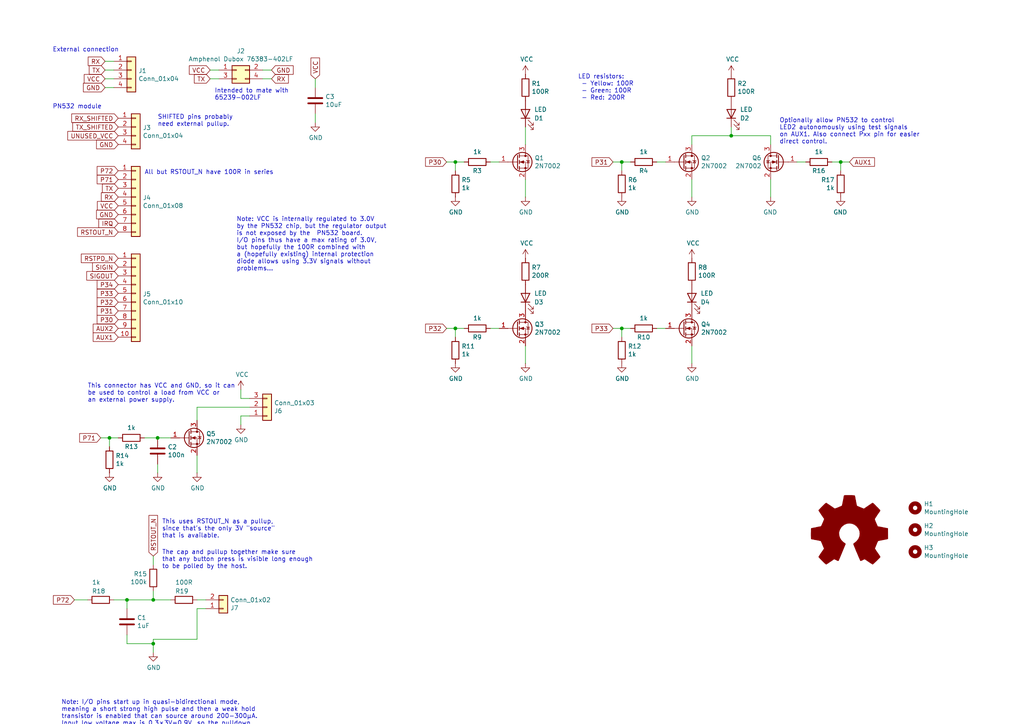
<source format=kicad_sch>
(kicad_sch (version 20231120) (generator "eeschema") (generator_version "8.0")
  (paper "A4")
  (title_block (title "Doorlockd Reader PCB") (date "2021-02-20") (rev "0.1"))
  (lib_symbols
    (symbol "Connector_Generic:Conn_01x02" (pin_names (offset 1.016) hide)
      (property "Reference" "J" (at 0 2.54 0))
      (property "Value" "Conn_01x02" (at 0 -5.08 0))
      (symbol "Conn_01x02_1_1"
        (rectangle (start -1.27 -2.413) (end 0 -2.667) (stroke (width 0.1524)))
        (rectangle (start -1.27 0.127) (end 0 -0.127) (stroke (width 0.1524)))
        (rectangle (start -1.27 1.27) (end 1.27 -3.81) (stroke (width 0.254)) (fill (type background)))
        (pin passive line (at -5.08 0 0) (length 3.81) (name "Pin_1") (number "1"))
        (pin passive line (at -5.08 -2.54 0) (length 3.81) (name "Pin_2") (number "2"))
      )
    )
    (symbol "Connector_Generic:Conn_01x03" (pin_names (offset 1.016) hide)
      (property "Reference" "J" (at 0 5.08 0))
      (property "Value" "Conn_01x03" (at 0 -5.08 0))
      (symbol "Conn_01x03_1_1"
        (rectangle (start -1.27 -2.413) (end 0 -2.667) (stroke (width 0.1524)))
        (rectangle (start -1.27 0.127) (end 0 -0.127) (stroke (width 0.1524)))
        (rectangle (start -1.27 2.667) (end 0 2.413) (stroke (width 0.1524)))
        (rectangle (start -1.27 3.81) (end 1.27 -3.81) (stroke (width 0.254)) (fill (type background)))
        (pin passive line (at -5.08 2.54 0) (length 3.81) (name "Pin_1") (number "1"))
        (pin passive line (at -5.08 0 0) (length 3.81) (name "Pin_2") (number "2"))
        (pin passive line (at -5.08 -2.54 0) (length 3.81) (name "Pin_3") (number "3"))
      )
    )
    (symbol "Connector_Generic:Conn_01x04" (pin_names (offset 1.016) hide)
      (property "Reference" "J" (at 0 5.08 0))
      (property "Value" "Conn_01x04" (at 0 -7.62 0))
      (symbol "Conn_01x04_1_1"
        (rectangle (start -1.27 -4.953) (end 0 -5.207) (stroke (width 0.1524)))
        (rectangle (start -1.27 -2.413) (end 0 -2.667) (stroke (width 0.1524)))
        (rectangle (start -1.27 0.127) (end 0 -0.127) (stroke (width 0.1524)))
        (rectangle (start -1.27 2.667) (end 0 2.413) (stroke (width 0.1524)))
        (rectangle (start -1.27 3.81) (end 1.27 -6.35) (stroke (width 0.254)) (fill (type background)))
        (pin passive line (at -5.08 2.54 0) (length 3.81) (name "Pin_1") (number "1"))
        (pin passive line (at -5.08 0 0) (length 3.81) (name "Pin_2") (number "2"))
        (pin passive line (at -5.08 -2.54 0) (length 3.81) (name "Pin_3") (number "3"))
        (pin passive line (at -5.08 -5.08 0) (length 3.81) (name "Pin_4") (number "4"))
      )
    )
    (symbol "Connector_Generic:Conn_01x08" (pin_names (offset 1.016) hide)
      (property "Reference" "J" (at 0 10.16 0))
      (property "Value" "Conn_01x08" (at 0 -12.7 0))
      (symbol "Conn_01x08_1_1"
        (rectangle (start -1.27 -10.033) (end 0 -10.287) (stroke (width 0.1524)))
        (rectangle (start -1.27 -7.493) (end 0 -7.747) (stroke (width 0.1524)))
        (rectangle (start -1.27 -4.953) (end 0 -5.207) (stroke (width 0.1524)))
        (rectangle (start -1.27 -2.413) (end 0 -2.667) (stroke (width 0.1524)))
        (rectangle (start -1.27 0.127) (end 0 -0.127) (stroke (width 0.1524)))
        (rectangle (start -1.27 2.667) (end 0 2.413) (stroke (width 0.1524)))
        (rectangle (start -1.27 5.207) (end 0 4.953) (stroke (width 0.1524)))
        (rectangle (start -1.27 7.747) (end 0 7.493) (stroke (width 0.1524)))
        (rectangle (start -1.27 8.89) (end 1.27 -11.43) (stroke (width 0.254)) (fill (type background)))
        (pin passive line (at -5.08 7.62 0) (length 3.81) (name "Pin_1") (number "1"))
        (pin passive line (at -5.08 5.08 0) (length 3.81) (name "Pin_2") (number "2"))
        (pin passive line (at -5.08 2.54 0) (length 3.81) (name "Pin_3") (number "3"))
        (pin passive line (at -5.08 0 0) (length 3.81) (name "Pin_4") (number "4"))
        (pin passive line (at -5.08 -2.54 0) (length 3.81) (name "Pin_5") (number "5"))
        (pin passive line (at -5.08 -5.08 0) (length 3.81) (name "Pin_6") (number "6"))
        (pin passive line (at -5.08 -7.62 0) (length 3.81) (name "Pin_7") (number "7"))
        (pin passive line (at -5.08 -10.16 0) (length 3.81) (name "Pin_8") (number "8"))
      )
    )
    (symbol "Connector_Generic:Conn_01x10" (pin_names (offset 1.016) hide)
      (property "Reference" "J" (at 0 12.7 0))
      (property "Value" "Conn_01x10" (at 0 -15.24 0))
      (symbol "Conn_01x10_1_1"
        (rectangle (start -1.27 -12.573) (end 0 -12.827) (stroke (width 0.1524)))
        (rectangle (start -1.27 -10.033) (end 0 -10.287) (stroke (width 0.1524)))
        (rectangle (start -1.27 -7.493) (end 0 -7.747) (stroke (width 0.1524)))
        (rectangle (start -1.27 -4.953) (end 0 -5.207) (stroke (width 0.1524)))
        (rectangle (start -1.27 -2.413) (end 0 -2.667) (stroke (width 0.1524)))
        (rectangle (start -1.27 0.127) (end 0 -0.127) (stroke (width 0.1524)))
        (rectangle (start -1.27 2.667) (end 0 2.413) (stroke (width 0.1524)))
        (rectangle (start -1.27 5.207) (end 0 4.953) (stroke (width 0.1524)))
        (rectangle (start -1.27 7.747) (end 0 7.493) (stroke (width 0.1524)))
        (rectangle (start -1.27 10.287) (end 0 10.033) (stroke (width 0.1524)))
        (rectangle (start -1.27 11.43) (end 1.27 -13.97) (stroke (width 0.254)) (fill (type background)))
        (pin passive line (at -5.08 10.16 0) (length 3.81) (name "Pin_1") (number "1"))
        (pin passive line (at -5.08 -12.7 0) (length 3.81) (name "Pin_10") (number "10"))
        (pin passive line (at -5.08 7.62 0) (length 3.81) (name "Pin_2") (number "2"))
        (pin passive line (at -5.08 5.08 0) (length 3.81) (name "Pin_3") (number "3"))
        (pin passive line (at -5.08 2.54 0) (length 3.81) (name "Pin_4") (number "4"))
        (pin passive line (at -5.08 0 0) (length 3.81) (name "Pin_5") (number "5"))
        (pin passive line (at -5.08 -2.54 0) (length 3.81) (name "Pin_6") (number "6"))
        (pin passive line (at -5.08 -5.08 0) (length 3.81) (name "Pin_7") (number "7"))
        (pin passive line (at -5.08 -7.62 0) (length 3.81) (name "Pin_8") (number "8"))
        (pin passive line (at -5.08 -10.16 0) (length 3.81) (name "Pin_9") (number "9"))
      )
    )
    (symbol "Connector_Generic:Conn_02x02_Odd_Even" (pin_names (offset 1.016) hide)
      (property "Reference" "J" (at 1.27 2.54 0))
      (property "Value" "Conn_02x02_Odd_Even" (at 1.27 -5.08 0))
      (symbol "Conn_02x02_Odd_Even_1_1"
        (rectangle (start -1.27 -2.413) (end 0 -2.667) (stroke (width 0.1524)))
        (rectangle (start -1.27 0.127) (end 0 -0.127) (stroke (width 0.1524)))
        (rectangle (start -1.27 1.27) (end 3.81 -3.81) (stroke (width 0.254)) (fill (type background)))
        (rectangle (start 3.81 -2.413) (end 2.54 -2.667) (stroke (width 0.1524)))
        (rectangle (start 3.81 0.127) (end 2.54 -0.127) (stroke (width 0.1524)))
        (pin passive line (at -5.08 0 0) (length 3.81) (name "Pin_1") (number "1"))
        (pin passive line (at 7.62 0 180) (length 3.81) (name "Pin_2") (number "2"))
        (pin passive line (at -5.08 -2.54 0) (length 3.81) (name "Pin_3") (number "3"))
        (pin passive line (at 7.62 -2.54 180) (length 3.81) (name "Pin_4") (number "4"))
      )
    )
    (symbol "Device:C" (pin_numbers hide) (pin_names (offset 0.254))
      (property "Reference" "C" (at 0.635 2.54 0))
      (property "Value" "C" (at 0.635 -2.54 0))
      (symbol "C_0_1"
        (polyline (pts (xy -2.032 -0.762) (xy 2.032 -0.762)) (stroke (width 0.508)))
        (polyline (pts (xy -2.032 0.762) (xy 2.032 0.762)) (stroke (width 0.508)))
      )
      (symbol "C_1_1"
        (pin passive line (at 0 3.81 270) (length 2.794) (name "~") (number "1"))
        (pin passive line (at 0 -3.81 90) (length 2.794) (name "~") (number "2"))
      )
    )
    (symbol "Device:LED" (pin_numbers hide) (pin_names (offset 1.016) hide)
      (property "Reference" "D" (at 0 2.54 0))
      (property "Value" "LED" (at 0 -2.54 0))
      (symbol "LED_0_1"
        (polyline (pts (xy -1.27 -1.27) (xy -1.27 1.27)) (stroke (width 0.254)))
        (polyline (pts (xy -1.27 0) (xy 1.27 0)))
        (polyline (pts (xy 1.27 -1.27) (xy 1.27 1.27) (xy -1.27 0) (xy 1.27 -1.27)) (stroke (width 0.254)))
        (polyline (pts (xy -3.048 -0.762) (xy -4.572 -2.286) (xy -3.81 -2.286) (xy -4.572 -2.286) (xy -4.572 -1.524)))
        (polyline (pts (xy -1.778 -0.762) (xy -3.302 -2.286) (xy -2.54 -2.286) (xy -3.302 -2.286) (xy -3.302 -1.524)))
      )
      (symbol "LED_1_1"
        (pin passive line (at -3.81 0 0) (length 2.54) (name "K") (number "1"))
        (pin passive line (at 3.81 0 180) (length 2.54) (name "A") (number "2"))
      )
    )
    (symbol "Device:R" (pin_numbers hide) (pin_names (offset 0))
      (property "Reference" "R" (at 2.032 0 90))
      (property "Value" "R" (at 0 0 90))
      (symbol "R_0_1"
        (rectangle (start -1.016 -2.54) (end 1.016 2.54) (stroke (width 0.254)))
      )
      (symbol "R_1_1"
        (pin passive line (at 0 3.81 270) (length 1.27) (name "~") (number "1"))
        (pin passive line (at 0 -3.81 90) (length 1.27) (name "~") (number "2"))
      )
    )
    (symbol "Graphic:Logo_Open_Hardware_Large" (in_bom no) (on_board no)
      (symbol "Logo_Open_Hardware_Large_1_1"
        (polyline (pts (xy 6.731 -8.7122) (xy 6.6294 -8.6614) (xy 6.35 -8.4836) (xy 5.9944 -8.255) (xy 5.5372 -7.9502) (xy 5.1054 -7.6454) (xy 4.7498 -7.4168) (xy 4.4958 -7.239) (xy 4.3942 -7.1882) (xy 4.318 -7.2136) (xy 4.1148 -7.3152) (xy 3.81 -7.4676) (xy 3.6322 -7.5692) (xy 3.3528 -7.6708) (xy 3.2258 -7.6962) (xy 3.2004 -7.6708) (xy 3.0988 -7.4676) (xy 2.9464 -7.0866) (xy 2.7178 -6.604) (xy 2.4892 -6.0452) (xy 2.2352 -5.4356) (xy 1.9558 -4.826) (xy 1.7272 -4.2164) (xy 1.4986 -3.683) (xy 1.3208 -3.2512) (xy 1.2192 -2.9464) (xy 1.1684 -2.8194) (xy 1.1938 -2.794) (xy 1.3208 -2.667) (xy 1.5748 -2.4892) (xy 2.0828 -2.0574) (xy 2.6162 -1.397) (xy 2.921 -0.6604) (xy 3.048 0.1524) (xy 2.9464 0.9144) (xy 2.6416 1.6256) (xy 2.1336 2.286) (xy 1.524 2.7686) (xy 0.8128 3.0734) (xy 0 3.175) (xy -0.762 3.0988) (xy -1.4986 2.794) (xy -2.159 2.286) (xy -2.4384 1.9812) (xy -2.8194 1.3208) (xy -3.048 0.6096) (xy -3.0734 0.4318) (xy -3.0226 -0.3556) (xy -2.794 -1.0922) (xy -2.3876 -1.7526) (xy -1.8288 -2.3114) (xy -1.7526 -2.3622) (xy -1.4732 -2.5654) (xy -1.2954 -2.6924) (xy -1.1684 -2.8194) (xy -2.159 -5.207) (xy -2.3114 -5.588) (xy -2.5908 -6.2484) (xy -2.8194 -6.8072) (xy -3.0226 -7.2644) (xy -3.1496 -7.5692) (xy -3.2258 -7.6708) (xy -3.2258 -7.6962) (xy -3.302 -7.6962) (xy -3.4798 -7.6454) (xy -3.8354 -7.4676) (xy -4.0386 -7.366) (xy -4.2926 -7.239) (xy -4.4196 -7.1882) (xy -4.5212 -7.239) (xy -4.7498 -7.3914) (xy -5.1054 -7.6454) (xy -5.5372 -7.9248) (xy -5.9436 -8.2042) (xy -6.3246 -8.4582) (xy -6.604 -8.636) (xy -6.731 -8.7122) (xy -6.7564 -8.7122) (xy -6.858 -8.636) (xy -7.0866 -8.4582) (xy -7.4168 -8.1534) (xy -7.874 -7.6962) (xy -7.9502 -7.62) (xy -8.3312 -7.239) (xy -8.636 -6.9088) (xy -8.8392 -6.6802) (xy -8.9154 -6.5786) (xy -8.9154 -6.5786) (xy -8.8392 -6.4516) (xy -8.6614 -6.1722) (xy -8.4328 -5.7912) (xy -8.128 -5.3594) (xy -7.3152 -4.191) (xy -7.7724 -3.0988) (xy -7.8994 -2.7686) (xy -8.0772 -2.3622) (xy -8.2042 -2.0828) (xy -8.255 -1.9558) (xy -8.382 -1.905) (xy -8.6614 -1.8542) (xy -9.0932 -1.7526) (xy -9.6266 -1.651) (xy -10.1092 -1.5748) (xy -10.541 -1.4732) (xy -10.8712 -1.4224) (xy -11.0236 -1.397) (xy -11.049 -1.3716) (xy -11.0744 -1.2954) (xy -11.0998 -1.143) (xy -11.0998 -0.889) (xy -11.1252 -0.4572) (xy -11.1252 0.1524) (xy -11.1252 0.2286) (xy -11.0998 0.8128) (xy -11.0998 1.27) (xy -11.0744 1.5494) (xy -11.0744 1.6764) (xy -11.0744 1.6764) (xy -10.922 1.7018) (xy -10.6172 1.778) (xy -10.16 1.8542) (xy -9.652 1.9558) (xy -9.6012 1.9812) (xy -9.0932 2.0828) (xy -8.636 2.159) (xy -8.3312 2.2352) (xy -8.2042 2.286) (xy -8.1788 2.3114) (xy -8.0772 2.5146) (xy -7.9248 2.8448) (xy -7.747 3.2512) (xy -7.5692 3.6576) (xy -7.4168 4.0386) (xy -7.3152 4.318) (xy -7.2898 4.445) (xy -7.2898 4.445) (xy -7.366 4.572) (xy -7.5438 4.826) (xy -7.7978 5.207) (xy -8.128 5.6642) (xy -8.128 5.6896) (xy -8.4328 6.1468) (xy -8.6868 6.5278) (xy -8.8392 6.7818) (xy -8.9154 6.9088) (xy -8.9154 6.9088) (xy -8.8138 7.0358) (xy -8.5852 7.2898) (xy -8.255 7.6454) (xy -7.874 8.0264) (xy -7.747 8.1534) (xy -7.3152 8.5852) (xy -7.0104 8.8646) (xy -6.8326 8.9916) (xy -6.731 9.0424) (xy -6.731 9.0424) (xy -6.604 8.9408) (xy -6.3246 8.763) (xy -5.9436 8.509) (xy -5.4864 8.2042) (xy -5.461 8.1788) (xy -5.0038 7.874) (xy -4.6482 7.62) (xy -4.3688 7.4422) (xy -4.2672 7.3914) (xy -4.2418 7.3914) (xy -4.064 7.4422) (xy -3.7338 7.5438) (xy -3.3528 7.6962) (xy -2.9464 7.874) (xy -2.5654 8.0264) (xy -2.286 8.1534) (xy -2.159 8.2296) (xy -2.159 8.2296) (xy -2.1082 8.382) (xy -2.032 8.7122) (xy -1.9304 9.1694) (xy -1.8288 9.7282) (xy -1.8034 9.8044) (xy -1.7018 10.3378) (xy -1.6256 10.7696) (xy -1.5748 11.0744) (xy -1.524 11.2014) (xy -1.4478 11.2268) (xy -1.1938 11.2522) (xy -0.8128 11.2522) (xy -0.3302 11.2522) (xy 0.1524 11.2522) (xy 0.6604 11.2522) (xy 1.0668 11.2268) (xy 1.3716 11.2014) (xy 1.4986 11.176) (xy 1.4986 11.176) (xy 1.5494 11.0236) (xy 1.6256 10.6934) (xy 1.7018 10.2108) (xy 1.8288 9.6774) (xy 1.8288 9.5758) (xy 1.9304 9.0424) (xy 2.032 8.6106) (xy 2.0828 8.3058) (xy 2.1336 8.2042) (xy 2.159 8.1788) (xy 2.3876 8.0772) (xy 2.7432 7.9248) (xy 3.175 7.747) (xy 4.191 7.3406) (xy 5.461 8.2042) (xy 5.5626 8.2804) (xy 6.0198 8.5852) (xy 6.3754 8.8392) (xy 6.6294 8.9916) (xy 6.7564 9.0424) (xy 6.7564 9.0424) (xy 6.8834 8.9408) (xy 7.1374 8.7122) (xy 7.4676 8.382) (xy 7.8486 7.9756) (xy 8.1534 7.6962) (xy 8.4836 7.3406) (xy 8.7122 7.112) (xy 8.8392 6.9596) (xy 8.8646 6.858) (xy 8.8646 6.8072) (xy 8.7884 6.6802) (xy 8.6106 6.4008) (xy 8.3312 6.0198) (xy 8.0264 5.588) (xy 7.7978 5.207) (xy 7.5184 4.8006) (xy 7.3406 4.4958) (xy 7.2898 4.3434) (xy 7.2898 4.2926) (xy 7.3914 4.0386) (xy 7.5184 3.683) (xy 7.7216 3.2258) (xy 8.1534 2.2352) (xy 8.7884 2.1082) (xy 9.1948 2.0574) (xy 9.7536 1.9304) (xy 10.2616 1.8288) (xy 11.0998 1.6764) (xy 11.1252 -1.3208) (xy 10.9982 -1.3716) (xy 10.8712 -1.397) (xy 10.5664 -1.4732) (xy 10.1346 -1.5494) (xy 9.6266 -1.651) (xy 9.1948 -1.7272) (xy 8.7376 -1.8288) (xy 8.4328 -1.8796) (xy 8.2804 -1.905) (xy 8.255 -1.9558) (xy 8.1534 -2.159) (xy 7.9756 -2.5146) (xy 7.8232 -2.921) (xy 7.6454 -3.3274) (xy 7.493 -3.7338) (xy 7.366 -4.0132) (xy 7.3406 -4.191) (xy 7.3914 -4.2926) (xy 7.5692 -4.5466) (xy 7.7978 -4.9276) (xy 8.1026 -5.3594) (xy 8.4074 -5.7912) (xy 8.6614 -6.1722) (xy 8.8138 -6.4262) (xy 8.89 -6.5532) (xy 8.8646 -6.6548) (xy 8.6868 -6.858) (xy 8.3566 -7.1882) (xy 7.874 -7.6708) (xy 7.7978 -7.747) (xy 7.3914 -8.128) (xy 7.0612 -8.4328) (xy 6.8326 -8.636) (xy 6.731 -8.7122)) (fill (type outline)))
      )
    )
    (symbol "Mechanical:MountingHole" (pin_names (offset 1.016)) (exclude_from_sim yes) (in_bom no)
      (property "Reference" "H" (at 0 5.08 0))
      (property "Value" "MountingHole" (at 0 3.175 0))
      (symbol "MountingHole_0_1"
        (circle (center 0 0) (radius 1.27) (stroke (width 1.27)))
      )
    )
    (symbol "Transistor_FET:2N7002" (pin_names hide)
      (property "Reference" "Q" (at 5.08 1.905 0))
      (property "Value" "2N7002" (at 5.08 0 0))
      (symbol "2N7002_0_1"
        (polyline (pts (xy 0.254 0) (xy -2.54 0)))
        (polyline (pts (xy 0.254 1.905) (xy 0.254 -1.905)) (stroke (width 0.254)))
        (polyline (pts (xy 0.762 -1.27) (xy 0.762 -2.286)) (stroke (width 0.254)))
        (polyline (pts (xy 0.762 0.508) (xy 0.762 -0.508)) (stroke (width 0.254)))
        (polyline (pts (xy 0.762 2.286) (xy 0.762 1.27)) (stroke (width 0.254)))
        (polyline (pts (xy 2.54 2.54) (xy 2.54 1.778)))
        (polyline (pts (xy 2.54 -2.54) (xy 2.54 0) (xy 0.762 0)))
        (polyline (pts (xy 0.762 -1.778) (xy 3.302 -1.778) (xy 3.302 1.778) (xy 0.762 1.778)))
        (polyline (pts (xy 1.016 0) (xy 2.032 0.381) (xy 2.032 -0.381) (xy 1.016 0)) (fill (type outline)))
        (polyline (pts (xy 2.794 0.508) (xy 2.921 0.381) (xy 3.683 0.381) (xy 3.81 0.254)))
        (polyline (pts (xy 3.302 0.381) (xy 2.921 -0.254) (xy 3.683 -0.254) (xy 3.302 0.381)))
        (circle (center 1.651 0) (radius 2.794) (stroke (width 0.254)))
        (circle (center 2.54 -1.778) (radius 0.254) (fill (type outline)))
        (circle (center 2.54 1.778) (radius 0.254) (fill (type outline)))
      )
      (symbol "2N7002_1_1"
        (pin input line (at -5.08 0 0) (length 2.54) (name "G") (number "1"))
        (pin passive line (at 2.54 -5.08 90) (length 2.54) (name "S") (number "2"))
        (pin passive line (at 2.54 5.08 270) (length 2.54) (name "D") (number "3"))
      )
    )
    (symbol "power:GND" (power) (pin_numbers hide) (pin_names (offset 0) hide)
      (property "Value" "GND" (at 0 -3.81 0))
      (symbol "GND_0_1"
        (polyline (pts (xy 0 0) (xy 0 -1.27) (xy 1.27 -1.27) (xy 0 -2.54) (xy -1.27 -1.27) (xy 0 -1.27)))
      )
      (symbol "GND_1_1"
        (pin power_in line (at 0 0 270) (length 0) (name "~") (number "1"))
      )
    )
    (symbol "power:VCC" (power) (pin_numbers hide) (pin_names (offset 0) hide)
      (property "Value" "VCC" (at 0 3.556 0))
      (symbol "VCC_0_1"
        (polyline (pts (xy -0.762 1.27) (xy 0 2.54)))
        (polyline (pts (xy 0 0) (xy 0 2.54)))
        (polyline (pts (xy 0 2.54) (xy 0.762 1.27)))
      )
      (symbol "VCC_1_1"
        (pin power_in line (at 0 0 90) (length 0) (name "~") (number "1"))
      )
    )
  )
  (junction (at 212.09 39.37))
  (junction (at 180.34 95.25))
  (junction (at 243.84 46.99))
  (junction (at 36.83 173.99))
  (junction (at 45.72 127))
  (junction (at 44.45 173.99))
  (junction (at 31.75 127))
  (junction (at 180.34 46.99))
  (junction (at 132.08 46.99))
  (junction (at 44.45 186.69))
  (junction (at 132.08 95.25))
  (wire (pts (xy 180.34 97.79) (xy 180.34 95.25)))
  (wire (pts (xy 223.52 52.07) (xy 223.52 57.15)))
  (wire (pts (xy 142.24 95.25) (xy 144.78 95.25)))
  (wire (pts (xy 200.66 39.37) (xy 212.09 39.37)))
  (wire (pts (xy 200.66 100.33) (xy 200.66 105.41)))
  (wire (pts (xy 132.08 49.53) (xy 132.08 46.99)))
  (wire (pts (xy 25.4 173.99) (xy 21.59 173.99)))
  (wire (pts (xy 223.52 41.91) (xy 223.52 39.37)))
  (wire (pts (xy 44.45 189.23) (xy 44.45 186.69)))
  (wire (pts (xy 180.34 46.99) (xy 182.88 46.99)))
  (wire (pts (xy 57.15 173.99) (xy 59.69 173.99)))
  (wire (pts (xy 190.5 46.99) (xy 193.04 46.99)))
  (wire (pts (xy 91.44 33.02) (xy 91.44 35.56)))
  (wire (pts (xy 36.83 186.69) (xy 36.83 184.15)))
  (wire (pts (xy 78.74 20.32) (xy 76.2 20.32)))
  (wire (pts (xy 45.72 134.62) (xy 45.72 137.16)))
  (wire (pts (xy 44.45 173.99) (xy 49.53 173.99)))
  (wire (pts (xy 243.84 49.53) (xy 243.84 46.99)))
  (wire (pts (xy 152.4 36.83) (xy 152.4 41.91)))
  (wire (pts (xy 177.8 46.99) (xy 180.34 46.99)))
  (wire (pts (xy 57.15 185.42) (xy 44.45 185.42)))
  (wire (pts (xy 132.08 95.25) (xy 134.62 95.25)))
  (wire (pts (xy 33.02 25.4) (xy 30.48 25.4)))
  (wire (pts (xy 243.84 46.99) (xy 241.3 46.99)))
  (wire (pts (xy 44.45 173.99) (xy 44.45 171.45)))
  (wire (pts (xy 177.8 95.25) (xy 180.34 95.25)))
  (wire (pts (xy 31.75 127) (xy 34.29 127)))
  (wire (pts (xy 57.15 176.53) (xy 59.69 176.53)))
  (wire (pts (xy 190.5 95.25) (xy 193.04 95.25)))
  (wire (pts (xy 45.72 127) (xy 49.53 127)))
  (wire (pts (xy 129.54 46.99) (xy 132.08 46.99)))
  (wire (pts (xy 69.85 120.65) (xy 72.39 120.65)))
  (wire (pts (xy 233.68 46.99) (xy 231.14 46.99)))
  (wire (pts (xy 30.48 22.86) (xy 33.02 22.86)))
  (wire (pts (xy 69.85 115.57) (xy 69.85 113.03)))
  (wire (pts (xy 33.02 20.32) (xy 30.48 20.32)))
  (wire (pts (xy 41.91 127) (xy 45.72 127)))
  (wire (pts (xy 44.45 185.42) (xy 44.45 186.69)))
  (wire (pts (xy 57.15 132.08) (xy 57.15 137.16)))
  (wire (pts (xy 200.66 52.07) (xy 200.66 57.15)))
  (wire (pts (xy 212.09 39.37) (xy 212.09 36.83)))
  (wire (pts (xy 60.96 20.32) (xy 63.5 20.32)))
  (wire (pts (xy 91.44 22.86) (xy 91.44 25.4)))
  (wire (pts (xy 69.85 123.19) (xy 69.85 120.65)))
  (wire (pts (xy 44.45 161.29) (xy 44.45 163.83)))
  (wire (pts (xy 132.08 97.79) (xy 132.08 95.25)))
  (wire (pts (xy 223.52 39.37) (xy 212.09 39.37)))
  (wire (pts (xy 76.2 22.86) (xy 78.74 22.86)))
  (wire (pts (xy 36.83 176.53) (xy 36.83 173.99)))
  (wire (pts (xy 246.38 46.99) (xy 243.84 46.99)))
  (wire (pts (xy 152.4 52.07) (xy 152.4 57.15)))
  (wire (pts (xy 129.54 95.25) (xy 132.08 95.25)))
  (wire (pts (xy 36.83 173.99) (xy 33.02 173.99)))
  (wire (pts (xy 142.24 46.99) (xy 144.78 46.99)))
  (wire (pts (xy 30.48 17.78) (xy 33.02 17.78)))
  (wire (pts (xy 63.5 22.86) (xy 60.96 22.86)))
  (wire (pts (xy 36.83 173.99) (xy 44.45 173.99)))
  (wire (pts (xy 200.66 41.91) (xy 200.66 39.37)))
  (wire (pts (xy 180.34 95.25) (xy 182.88 95.25)))
  (wire (pts (xy 132.08 46.99) (xy 134.62 46.99)))
  (wire (pts (xy 180.34 49.53) (xy 180.34 46.99)))
  (wire (pts (xy 72.39 115.57) (xy 69.85 115.57)))
  (wire (pts (xy 57.15 118.11) (xy 57.15 121.92)))
  (wire (pts (xy 72.39 118.11) (xy 57.15 118.11)))
  (wire (pts (xy 44.45 186.69) (xy 36.83 186.69)))
  (wire (pts (xy 152.4 100.33) (xy 152.4 105.41)))
  (wire (pts (xy 31.75 129.54) (xy 31.75 127)))
  (wire (pts (xy 29.21 127) (xy 31.75 127)))
  (wire (pts (xy 57.15 185.42) (xy 57.15 176.53)))
  (text "This connector has VCC and GND, so it can\nbe used to control a load from VCC or\nan external power supply." (at 25.4 116.84 0) (effects (font (size 1.27 1.27)) (justify left bottom)))
  (text "Note: VCC is internally regulated to 3.0V\nby the PN532 chip, but the regulator output\nis not exposed by the  PN532 board.\nI/O pins thus have a max rating of 3.0V,\nbut hopefully the 100R combined with\na (hopefully existing) internal protection\ndiode allows using 3.3V signals without\nproblems..." (at 68.58 78.74 0) (effects (font (size 1.27 1.27)) (justify left bottom)))
  (text "LED resistors:\n - Yellow: 100R\n - Green: 100R\n - Red: 200R" (at 167.64 29.21 0) (effects (font (size 1.27 1.27)) (justify left bottom)))
  (text "Optionally allow PN532 to control\nLED2 autonomously using test signals\non AUX1. Also connect Pxx pin for easier\ndirect control." (at 226.06 41.91 0) (effects (font (size 1.27 1.27)) (justify left bottom)))
  (text "This uses RSTOUT_N as a pullup,\nsince that's the only 3V \"source\"\nthat is available." (at 46.99 156.21 0) (effects (font (size 1.27 1.27)) (justify left bottom)))
  (text "PN532 module" (at 15.24 31.75 0) (effects (font (size 1.27 1.27)) (justify left bottom)))
  (text "SHIFTED pins probably\nneed external pullup." (at 45.72 36.83 0) (effects (font (size 1.27 1.27)) (justify left bottom)))
  (text "The cap and pullup together make sure\nthat any button press is visible long enough\nto be polled by the host." (at 46.99 165.1 0) (effects (font (size 1.27 1.27)) (justify left bottom)))
  (text "Note: I/O pins start up in quasi-bidirectional mode,\nmeaning a short strong high pulse and then a weak hold\ntransistor is enabled that can source around 200-300μA.\nInput low voltage max is 0.3×3V=0.9V, so the pulldown\nshould be at most 3k to ensure the pin becomes low after\nstartup.\n\nOn reset, there is also a 20μs weak pulse (<0.5V with 1k pulldown) about 250μs before RSTOUT becomes high,\nand a 2μs strong pulse 9ms after RSTOUT becomes high.\nThen, after reset when the first UART byte is received, there is another 3.5μs pulse.\nThis is probably when the chip wakes up from sleep (which needs 5 rising edges on RX).\n\nNote that the quasi-bidir pin behaviour is documented to give a strong pulse of 1 CPU_CLK, which is 148ns at the default 6.78Mhz.\nThis is also observed when manually toggling a quas-bidir pin after startup. So the pulses during startup are a lot longer so not  really the quasi-bidir behaviour.\n\nSo, 1k series plus 100n at the gate should be sufficient to completely supress all these pulses. This is only done for P71 for safety, for the LEDS\nthis pulse is not visible anyway.\n\nTODO: Check aux behavior." (at 17.78 241.3 0) (effects (font (size 1.27 1.27)) (justify left bottom)))
  (text "Intended to mate with\n65239-002LF" (at 62.23 29.21 0) (effects (font (size 1.27 1.27)) (justify left bottom)))
  (text "All but RSTOUT_N have 100R in series" (at 41.91 50.8 0) (effects (font (size 1.27 1.27)) (justify left bottom)))
  (text "External connection" (at 15.24 15.24 0) (effects (font (size 1.27 1.27)) (justify left bottom)))
  (global_label "VCC" (shape input) (at 30.48 22.86 180) (property "Intersheetrefs" "${INTERSHEET_REFS}" (effects (hide yes))))
  (global_label "TX_SHIFTED" (shape input) (at 34.29 36.83 180) (property "Intersheetrefs" "${INTERSHEET_REFS}" (effects (hide yes))))
  (global_label "SIGOUT" (shape input) (at 34.29 80.01 180) (property "Intersheetrefs" "${INTERSHEET_REFS}" (effects (hide yes))))
  (global_label "P71" (shape input) (at 34.29 52.07 180) (property "Intersheetrefs" "${INTERSHEET_REFS}" (effects (hide yes))))
  (global_label "VCC" (shape input) (at 91.44 22.86 90) (property "Intersheetrefs" "${INTERSHEET_REFS}" (effects (hide yes))))
  (global_label "AUX1" (shape input) (at 246.38 46.99 0) (property "Intersheetrefs" "${INTERSHEET_REFS}" (effects (hide yes))))
  (global_label "VCC" (shape input) (at 60.96 20.32 180) (property "Intersheetrefs" "${INTERSHEET_REFS}" (effects (hide yes))))
  (global_label "P72" (shape input) (at 21.59 173.99 180) (property "Intersheetrefs" "${INTERSHEET_REFS}" (effects (hide yes))))
  (global_label "RX" (shape input) (at 34.29 57.15 180) (property "Intersheetrefs" "${INTERSHEET_REFS}" (effects (hide yes))))
  (global_label "P30" (shape input) (at 34.29 92.71 180) (property "Intersheetrefs" "${INTERSHEET_REFS}" (effects (hide yes))))
  (global_label "GND" (shape input) (at 78.74 20.32 0) (property "Intersheetrefs" "${INTERSHEET_REFS}" (effects (hide yes))))
  (global_label "RSTPD_N" (shape input) (at 34.29 74.93 180) (property "Intersheetrefs" "${INTERSHEET_REFS}" (effects (hide yes))))
  (global_label "P72" (shape input) (at 34.29 49.53 180) (property "Intersheetrefs" "${INTERSHEET_REFS}" (effects (hide yes))))
  (global_label "P31" (shape input) (at 34.29 90.17 180) (property "Intersheetrefs" "${INTERSHEET_REFS}" (effects (hide yes))))
  (global_label "UNUSED_VCC" (shape input) (at 34.29 39.37 180) (property "Intersheetrefs" "${INTERSHEET_REFS}" (effects (hide yes))))
  (global_label "P32" (shape input) (at 34.29 87.63 180) (property "Intersheetrefs" "${INTERSHEET_REFS}" (effects (hide yes))))
  (global_label "RX_SHIFTED" (shape input) (at 34.29 34.29 180) (property "Intersheetrefs" "${INTERSHEET_REFS}" (effects (hide yes))))
  (global_label "RSTOUT_N" (shape input) (at 44.45 161.29 90) (property "Intersheetrefs" "${INTERSHEET_REFS}" (effects (hide yes))))
  (global_label "P31" (shape input) (at 177.8 46.99 180) (property "Intersheetrefs" "${INTERSHEET_REFS}" (effects (hide yes))))
  (global_label "P33" (shape input) (at 34.29 85.09 180) (property "Intersheetrefs" "${INTERSHEET_REFS}" (effects (hide yes))))
  (global_label "TX" (shape input) (at 30.48 20.32 180) (property "Intersheetrefs" "${INTERSHEET_REFS}" (effects (hide yes))))
  (global_label "P30" (shape input) (at 129.54 46.99 180) (property "Intersheetrefs" "${INTERSHEET_REFS}" (effects (hide yes))))
  (global_label "IRQ" (shape input) (at 34.29 64.77 180) (property "Intersheetrefs" "${INTERSHEET_REFS}" (effects (hide yes))))
  (global_label "P32" (shape input) (at 129.54 95.25 180) (property "Intersheetrefs" "${INTERSHEET_REFS}" (effects (hide yes))))
  (global_label "RX" (shape input) (at 78.74 22.86 0) (property "Intersheetrefs" "${INTERSHEET_REFS}" (effects (hide yes))))
  (global_label "TX" (shape input) (at 60.96 22.86 180) (property "Intersheetrefs" "${INTERSHEET_REFS}" (effects (hide yes))))
  (global_label "AUX1" (shape input) (at 34.29 97.79 180) (property "Intersheetrefs" "${INTERSHEET_REFS}" (effects (hide yes))))
  (global_label "P34" (shape input) (at 34.29 82.55 180) (property "Intersheetrefs" "${INTERSHEET_REFS}" (effects (hide yes))))
  (global_label "VCC" (shape input) (at 34.29 59.69 180) (property "Intersheetrefs" "${INTERSHEET_REFS}" (effects (hide yes))))
  (global_label "GND" (shape input) (at 34.29 62.23 180) (property "Intersheetrefs" "${INTERSHEET_REFS}" (effects (hide yes))))
  (global_label "GND" (shape input) (at 30.48 25.4 180) (property "Intersheetrefs" "${INTERSHEET_REFS}" (effects (hide yes))))
  (global_label "P33" (shape input) (at 177.8 95.25 180) (property "Intersheetrefs" "${INTERSHEET_REFS}" (effects (hide yes))))
  (global_label "SIGIN" (shape input) (at 34.29 77.47 180) (property "Intersheetrefs" "${INTERSHEET_REFS}" (effects (hide yes))))
  (global_label "RSTOUT_N" (shape input) (at 34.29 67.31 180) (property "Intersheetrefs" "${INTERSHEET_REFS}" (effects (hide yes))))
  (global_label "RX" (shape input) (at 30.48 17.78 180) (property "Intersheetrefs" "${INTERSHEET_REFS}" (effects (hide yes))))
  (global_label "TX" (shape input) (at 34.29 54.61 180) (property "Intersheetrefs" "${INTERSHEET_REFS}" (effects (hide yes))))
  (global_label "GND" (shape input) (at 34.29 41.91 180) (property "Intersheetrefs" "${INTERSHEET_REFS}" (effects (hide yes))))
  (global_label "P71" (shape input) (at 29.21 127 180) (property "Intersheetrefs" "${INTERSHEET_REFS}" (effects (hide yes))))
  (global_label "AUX2" (shape input) (at 34.29 95.25 180) (property "Intersheetrefs" "${INTERSHEET_REFS}" (effects (hide yes))))
  (symbol (lib_id "Connector_Generic:Conn_01x04") (at 39.37 36.83 0) (unit 1)
    (property "Reference" "J3" (at 41.402 37.0332 0) (effects (justify left)))
    (property "Value" "Conn_01x04" (at 41.402 39.3446 0) (effects (justify left)))
    (property "Footprint" "Connector_PinSocket_2.54mm:PinSocket_1x04_P2.54mm_Vertical" (effects (hide yes)))
    (property "Description" "Generic connector, single row, 01x04, script generated (kicad-library-utils/schlib/autogen/connector/)" (effects (hide yes)))
  )
  (symbol (lib_id "Connector_Generic:Conn_01x08") (at 39.37 57.15 0) (unit 1)
    (property "Reference" "J4" (at 41.402 57.3532 0) (effects (justify left)))
    (property "Value" "Conn_01x08" (at 41.402 59.6646 0) (effects (justify left)))
    (property "Footprint" "Connector_PinSocket_2.54mm:PinSocket_1x08_P2.54mm_Vertical" (effects (hide yes)))
    (property "Description" "Generic connector, single row, 01x08, script generated (kicad-library-utils/schlib/autogen/connector/)" (effects (hide yes)))
  )
  (symbol (lib_id "Connector_Generic:Conn_01x10") (at 39.37 85.09 0) (unit 1)
    (property "Reference" "J5" (at 41.402 85.2932 0) (effects (justify left)))
    (property "Value" "Conn_01x10" (at 41.402 87.6046 0) (effects (justify left)))
    (property "Footprint" "Connector_PinSocket_1.27mm:PinSocket_1x10_P1.27mm_Vertical" (effects (hide yes)))
    (property "Description" "Generic connector, single row, 01x10, script generated (kicad-library-utils/schlib/autogen/connector/)" (effects (hide yes)))
  )
  (symbol (lib_id "Device:LED") (at 152.4 33.02 90) (unit 1)
    (property "Reference" "D1" (at 154.94 34.29 90) (effects (justify right)))
    (property "Value" "LED" (at 154.94 31.75 90) (effects (justify right)))
    (property "Footprint" "LED_THT:LED_Rectangular_W5.0mm_H2.0mm" (effects (hide yes)))
    (property "Description" "Light emitting diode" (effects (hide yes)))
  )
  (symbol (lib_id "Connector_Generic:Conn_01x04") (at 38.1 20.32 0) (unit 1)
    (property "Reference" "J1" (at 40.132 20.5232 0) (effects (justify left)))
    (property "Value" "Conn_01x04" (at 40.132 22.8346 0) (effects (justify left)))
    (property "Footprint" "Connector_PinHeader_2.54mm:PinHeader_1x04_P2.54mm_Vertical" (effects (hide yes)))
    (property "Description" "Generic connector, single row, 01x04, script generated (kicad-library-utils/schlib/autogen/connector/)" (effects (hide yes)))
  )
  (symbol (lib_id "Transistor_FET:2N7002") (at 149.86 46.99 0) (unit 1)
    (property "Reference" "Q1" (at 155.0416 45.8216 0) (effects (justify left)))
    (property "Value" "2N7002" (at 155.0416 48.133 0) (effects (justify left)))
    (property "Footprint" "Package_TO_SOT_SMD:SOT-23_Handsoldering" (effects (hide yes)))
    (property "Datasheet" "https://www.onsemi.com/pub/Collateral/NDS7002A-D.PDF" (effects (hide yes)))
    (property "Description" "0.115A Id, 60V Vds, N-Channel MOSFET, SOT-23" (effects (hide yes)))
  )
  (symbol (lib_id "power:GND") (at 152.4 57.15 0) (unit 1)
    (property "Reference" "#PWR04" (effects (hide yes)))
    (property "Value" "GND" (at 152.527 61.5442 0))
    (property "Description" "Power symbol creates a global label with name \"GND\" , ground" (effects (hide yes)))
  )
  (symbol (lib_id "Device:R") (at 138.43 46.99 270) (unit 1)
    (property "Reference" "R3" (at 138.43 49.53 90))
    (property "Value" "1k" (at 138.43 44.0436 90))
    (property "Footprint" "Resistor_SMD:R_0805_2012Metric_Pad1.20x1.40mm_HandSolder" (effects (hide yes)))
    (property "Description" "Resistor" (effects (hide yes)))
  )
  (symbol (lib_id "Device:R") (at 152.4 25.4 0) (unit 1)
    (property "Reference" "R1" (at 154.178 24.2316 0) (effects (justify left)))
    (property "Value" "100R" (at 154.178 26.543 0) (effects (justify left)))
    (property "Footprint" "Resistor_SMD:R_0805_2012Metric_Pad1.20x1.40mm_HandSolder" (effects (hide yes)))
    (property "Description" "Resistor" (effects (hide yes)))
  )
  (symbol (lib_id "Device:R") (at 132.08 53.34 0) (unit 1)
    (property "Reference" "R5" (at 133.858 52.1716 0) (effects (justify left)))
    (property "Value" "1k" (at 133.858 54.483 0) (effects (justify left)))
    (property "Footprint" "Resistor_SMD:R_0805_2012Metric_Pad1.20x1.40mm_HandSolder" (effects (hide yes)))
    (property "Description" "Resistor" (effects (hide yes)))
  )
  (symbol (lib_id "power:VCC") (at 152.4 21.59 0) (unit 1)
    (property "Reference" "#PWR01" (effects (hide yes)))
    (property "Value" "VCC" (at 152.781 17.1958 0))
    (property "Description" "Power symbol creates a global label with name \"VCC\"" (effects (hide yes)))
  )
  (symbol (lib_id "Graphic:Logo_Open_Hardware_Large") (at 246.38 154.94 0) (unit 1)
    (property "Reference" "#LOGO1" (effects (hide yes)))
    (property "Value" "Logo_Open_Hardware_Large" (effects (hide yes)))
    (property "Footprint" "Symbol:OSHW-Symbol_44.5x40mm_SilkScreen" (effects (hide yes)))
    (property "Description" "Open Hardware logo, large" (effects (hide yes)))
    (property "Sim.Enable" "0" (effects (hide yes)))
  )
  (symbol (lib_id "Transistor_FET:2N7002") (at 54.61 127 0) (unit 1)
    (property "Reference" "Q5" (at 59.7916 125.8316 0) (effects (justify left)))
    (property "Value" "2N7002" (at 59.7916 128.143 0) (effects (justify left)))
    (property "Footprint" "Package_TO_SOT_SMD:SOT-23_Handsoldering" (effects (hide yes)))
    (property "Datasheet" "https://www.onsemi.com/pub/Collateral/NDS7002A-D.PDF" (effects (hide yes)))
    (property "Description" "0.115A Id, 60V Vds, N-Channel MOSFET, SOT-23" (effects (hide yes)))
  )
  (symbol (lib_id "power:GND") (at 57.15 137.16 0) (unit 1)
    (property "Reference" "#PWR015" (effects (hide yes)))
    (property "Value" "GND" (at 57.277 141.5542 0))
    (property "Description" "Power symbol creates a global label with name \"GND\" , ground" (effects (hide yes)))
  )
  (symbol (lib_id "Device:R") (at 38.1 127 270) (unit 1)
    (property "Reference" "R13" (at 38.1 129.54 90))
    (property "Value" "1k" (at 38.1 124.0536 90))
    (property "Footprint" "Resistor_SMD:R_0805_2012Metric_Pad1.20x1.40mm_HandSolder" (effects (hide yes)))
    (property "Description" "Resistor" (effects (hide yes)))
  )
  (symbol (lib_id "power:VCC") (at 69.85 113.03 0) (unit 1)
    (property "Reference" "#PWR013" (effects (hide yes)))
    (property "Value" "VCC" (at 70.231 108.6358 0))
    (property "Description" "Power symbol creates a global label with name \"VCC\"" (effects (hide yes)))
  )
  (symbol (lib_id "Connector_Generic:Conn_01x03") (at 77.47 118.11 0) (mirror x) (unit 1)
    (property "Reference" "J6" (at 79.502 119.1768 0) (effects (justify left)))
    (property "Value" "Conn_01x03" (at 79.502 116.8654 0) (effects (justify left)))
    (property "Footprint" "Connector_PinHeader_2.54mm:PinHeader_1x03_P2.54mm_Horizontal" (effects (hide yes)))
    (property "Description" "Generic connector, single row, 01x03, script generated (kicad-library-utils/schlib/autogen/connector/)" (effects (hide yes)))
  )
  (symbol (lib_id "power:GND") (at 69.85 123.19 0) (unit 1)
    (property "Reference" "#PWR014" (effects (hide yes)))
    (property "Value" "GND" (at 69.977 127.5842 0))
    (property "Description" "Power symbol creates a global label with name \"GND\" , ground" (effects (hide yes)))
  )
  (symbol (lib_id "Connector_Generic:Conn_01x02") (at 64.77 176.53 0) (mirror x) (unit 1)
    (property "Reference" "J7" (at 66.802 176.3268 0) (effects (justify left)))
    (property "Value" "Conn_01x02" (at 66.802 174.0154 0) (effects (justify left)))
    (property "Footprint" "Connector_PinHeader_2.54mm:PinHeader_1x02_P2.54mm_Horizontal" (effects (hide yes)))
    (property "Description" "Generic connector, single row, 01x02, script generated (kicad-library-utils/schlib/autogen/connector/)" (effects (hide yes)))
  )
  (symbol (lib_id "Device:C") (at 36.83 180.34 0) (unit 1)
    (property "Reference" "C1" (at 39.751 179.1716 0) (effects (justify left)))
    (property "Value" "1uF" (at 39.751 181.483 0) (effects (justify left)))
    (property "Footprint" "Capacitor_SMD:C_0805_2012Metric_Pad1.18x1.45mm_HandSolder" (effects (hide yes)))
    (property "Description" "Unpolarized capacitor" (effects (hide yes)))
  )
  (symbol (lib_id "power:GND") (at 44.45 189.23 0) (unit 1)
    (property "Reference" "#PWR017" (effects (hide yes)))
    (property "Value" "GND" (at 44.577 193.6242 0))
    (property "Description" "Power symbol creates a global label with name \"GND\" , ground" (effects (hide yes)))
  )
  (symbol (lib_id "Device:R") (at 44.45 167.64 0) (mirror y) (unit 1)
    (property "Reference" "R15" (at 42.672 166.4716 0) (effects (justify left)))
    (property "Value" "100k" (at 42.672 168.783 0) (effects (justify left)))
    (property "Footprint" "Resistor_SMD:R_0805_2012Metric_Pad1.20x1.40mm_HandSolder" (effects (hide yes)))
    (property "Description" "Resistor" (effects (hide yes)))
  )
  (symbol (lib_id "power:GND") (at 132.08 57.15 0) (unit 1)
    (property "Reference" "#PWR03" (effects (hide yes)))
    (property "Value" "GND" (at 132.207 61.5442 0))
    (property "Description" "Power symbol creates a global label with name \"GND\" , ground" (effects (hide yes)))
  )
  (symbol (lib_id "Device:R") (at 31.75 133.35 0) (unit 1)
    (property "Reference" "R14" (at 33.528 132.1816 0) (effects (justify left)))
    (property "Value" "1k" (at 33.528 134.493 0) (effects (justify left)))
    (property "Footprint" "Resistor_SMD:R_0805_2012Metric_Pad1.20x1.40mm_HandSolder" (effects (hide yes)))
    (property "Description" "Resistor" (effects (hide yes)))
  )
  (symbol (lib_id "power:GND") (at 31.75 137.16 0) (unit 1)
    (property "Reference" "#PWR016" (effects (hide yes)))
    (property "Value" "GND" (at 31.877 141.5542 0))
    (property "Description" "Power symbol creates a global label with name \"GND\" , ground" (effects (hide yes)))
  )
  (symbol (lib_id "Transistor_FET:2N7002") (at 226.06 46.99 0) (mirror y) (unit 1)
    (property "Reference" "Q6" (at 220.8784 45.8216 0) (effects (justify left)))
    (property "Value" "2N7002" (at 220.8784 48.133 0) (effects (justify left)))
    (property "Footprint" "Package_TO_SOT_SMD:SOT-23_Handsoldering" (effects (hide yes)))
    (property "Datasheet" "https://www.onsemi.com/pub/Collateral/NDS7002A-D.PDF" (effects (hide yes)))
    (property "Description" "0.115A Id, 60V Vds, N-Channel MOSFET, SOT-23" (effects (hide yes)))
  )
  (symbol (lib_id "power:GND") (at 223.52 57.15 0) (mirror y) (unit 1)
    (property "Reference" "#PWR0101" (effects (hide yes)))
    (property "Value" "GND" (at 223.393 61.5442 0))
    (property "Description" "Power symbol creates a global label with name \"GND\" , ground" (effects (hide yes)))
  )
  (symbol (lib_id "Device:R") (at 237.49 46.99 90) (mirror x) (unit 1)
    (property "Reference" "R16" (at 237.49 49.53 90))
    (property "Value" "1k" (at 237.49 44.0436 90))
    (property "Footprint" "Resistor_SMD:R_0805_2012Metric_Pad1.20x1.40mm_HandSolder" (effects (hide yes)))
    (property "Description" "Resistor" (effects (hide yes)))
  )
  (symbol (lib_id "Device:R") (at 243.84 53.34 0) (mirror y) (unit 1)
    (property "Reference" "R17" (at 242.062 52.1716 0) (effects (justify left)))
    (property "Value" "1k" (at 242.062 54.483 0) (effects (justify left)))
    (property "Footprint" "Resistor_SMD:R_0805_2012Metric_Pad1.20x1.40mm_HandSolder" (effects (hide yes)))
    (property "Description" "Resistor" (effects (hide yes)))
  )
  (symbol (lib_id "power:GND") (at 243.84 57.15 0) (mirror y) (unit 1)
    (property "Reference" "#PWR0102" (effects (hide yes)))
    (property "Value" "GND" (at 243.713 61.5442 0))
    (property "Description" "Power symbol creates a global label with name \"GND\" , ground" (effects (hide yes)))
  )
  (symbol (lib_id "Device:LED") (at 152.4 86.36 90) (unit 1)
    (property "Reference" "D3" (at 154.94 87.63 90) (effects (justify right)))
    (property "Value" "LED" (at 154.94 85.09 90) (effects (justify right)))
    (property "Footprint" "LED_THT:LED_Rectangular_W5.0mm_H2.0mm" (effects (hide yes)))
    (property "Description" "Light emitting diode" (effects (hide yes)))
  )
  (symbol (lib_id "Transistor_FET:2N7002") (at 149.86 95.25 0) (unit 1)
    (property "Reference" "Q3" (at 155.0416 94.0816 0) (effects (justify left)))
    (property "Value" "2N7002" (at 155.0416 96.393 0) (effects (justify left)))
    (property "Footprint" "Package_TO_SOT_SMD:SOT-23_Handsoldering" (effects (hide yes)))
    (property "Datasheet" "https://www.onsemi.com/pub/Collateral/NDS7002A-D.PDF" (effects (hide yes)))
    (property "Description" "0.115A Id, 60V Vds, N-Channel MOSFET, SOT-23" (effects (hide yes)))
  )
  (symbol (lib_id "power:GND") (at 152.4 105.41 0) (unit 1)
    (property "Reference" "#PWR010" (effects (hide yes)))
    (property "Value" "GND" (at 152.527 109.8042 0))
    (property "Description" "Power symbol creates a global label with name \"GND\" , ground" (effects (hide yes)))
  )
  (symbol (lib_id "Device:R") (at 138.43 95.25 270) (unit 1)
    (property "Reference" "R9" (at 138.43 97.79 90))
    (property "Value" "1k" (at 138.43 92.3036 90))
    (property "Footprint" "Resistor_SMD:R_0805_2012Metric_Pad1.20x1.40mm_HandSolder" (effects (hide yes)))
    (property "Description" "Resistor" (effects (hide yes)))
  )
  (symbol (lib_id "Device:R") (at 152.4 78.74 0) (unit 1)
    (property "Reference" "R7" (at 154.178 77.5716 0) (effects (justify left)))
    (property "Value" "200R" (at 154.178 79.883 0) (effects (justify left)))
    (property "Footprint" "Resistor_SMD:R_0805_2012Metric_Pad1.20x1.40mm_HandSolder" (effects (hide yes)))
    (property "Description" "Resistor" (effects (hide yes)))
  )
  (symbol (lib_id "Device:R") (at 132.08 101.6 0) (unit 1)
    (property "Reference" "R11" (at 133.858 100.4316 0) (effects (justify left)))
    (property "Value" "1k" (at 133.858 102.743 0) (effects (justify left)))
    (property "Footprint" "Resistor_SMD:R_0805_2012Metric_Pad1.20x1.40mm_HandSolder" (effects (hide yes)))
    (property "Description" "Resistor" (effects (hide yes)))
  )
  (symbol (lib_id "power:VCC") (at 152.4 74.93 0) (unit 1)
    (property "Reference" "#PWR07" (effects (hide yes)))
    (property "Value" "VCC" (at 152.781 70.5358 0))
    (property "Description" "Power symbol creates a global label with name \"VCC\"" (effects (hide yes)))
  )
  (symbol (lib_id "power:GND") (at 132.08 105.41 0) (unit 1)
    (property "Reference" "#PWR09" (effects (hide yes)))
    (property "Value" "GND" (at 132.207 109.8042 0))
    (property "Description" "Power symbol creates a global label with name \"GND\" , ground" (effects (hide yes)))
  )
  (symbol (lib_id "Device:LED") (at 212.09 33.02 90) (unit 1)
    (property "Reference" "D2" (at 214.63 34.29 90) (effects (justify right)))
    (property "Value" "LED" (at 214.63 31.75 90) (effects (justify right)))
    (property "Footprint" "LED_THT:LED_Rectangular_W5.0mm_H2.0mm" (effects (hide yes)))
    (property "Description" "Light emitting diode" (effects (hide yes)))
  )
  (symbol (lib_id "Transistor_FET:2N7002") (at 198.12 46.99 0) (unit 1)
    (property "Reference" "Q2" (at 203.3016 45.8216 0) (effects (justify left)))
    (property "Value" "2N7002" (at 203.3016 48.133 0) (effects (justify left)))
    (property "Footprint" "Package_TO_SOT_SMD:SOT-23_Handsoldering" (effects (hide yes)))
    (property "Datasheet" "https://www.onsemi.com/pub/Collateral/NDS7002A-D.PDF" (effects (hide yes)))
    (property "Description" "0.115A Id, 60V Vds, N-Channel MOSFET, SOT-23" (effects (hide yes)))
  )
  (symbol (lib_id "power:GND") (at 200.66 57.15 0) (unit 1)
    (property "Reference" "#PWR06" (effects (hide yes)))
    (property "Value" "GND" (at 200.787 61.5442 0))
    (property "Description" "Power symbol creates a global label with name \"GND\" , ground" (effects (hide yes)))
  )
  (symbol (lib_id "Device:R") (at 186.69 46.99 270) (unit 1)
    (property "Reference" "R4" (at 186.69 49.53 90))
    (property "Value" "1k" (at 186.69 44.0436 90))
    (property "Footprint" "Resistor_SMD:R_0805_2012Metric_Pad1.20x1.40mm_HandSolder" (effects (hide yes)))
    (property "Description" "Resistor" (effects (hide yes)))
  )
  (symbol (lib_id "Device:R") (at 212.09 25.4 0) (unit 1)
    (property "Reference" "R2" (at 213.868 24.2316 0) (effects (justify left)))
    (property "Value" "100R" (at 213.868 26.543 0) (effects (justify left)))
    (property "Footprint" "Resistor_SMD:R_0805_2012Metric_Pad1.20x1.40mm_HandSolder" (effects (hide yes)))
    (property "Description" "Resistor" (effects (hide yes)))
  )
  (symbol (lib_id "Device:R") (at 180.34 53.34 0) (unit 1)
    (property "Reference" "R6" (at 182.118 52.1716 0) (effects (justify left)))
    (property "Value" "1k" (at 182.118 54.483 0) (effects (justify left)))
    (property "Footprint" "Resistor_SMD:R_0805_2012Metric_Pad1.20x1.40mm_HandSolder" (effects (hide yes)))
    (property "Description" "Resistor" (effects (hide yes)))
  )
  (symbol (lib_id "power:VCC") (at 212.09 21.59 0) (unit 1)
    (property "Reference" "#PWR02" (effects (hide yes)))
    (property "Value" "VCC" (at 212.471 17.1958 0))
    (property "Description" "Power symbol creates a global label with name \"VCC\"" (effects (hide yes)))
  )
  (symbol (lib_id "power:GND") (at 180.34 57.15 0) (unit 1)
    (property "Reference" "#PWR05" (effects (hide yes)))
    (property "Value" "GND" (at 180.467 61.5442 0))
    (property "Description" "Power symbol creates a global label with name \"GND\" , ground" (effects (hide yes)))
  )
  (symbol (lib_id "Device:LED") (at 200.66 86.36 90) (unit 1)
    (property "Reference" "D4" (at 203.2 87.63 90) (effects (justify right)))
    (property "Value" "LED" (at 203.2 85.09 90) (effects (justify right)))
    (property "Footprint" "LED_THT:LED_Rectangular_W5.0mm_H2.0mm" (effects (hide yes)))
    (property "Description" "Light emitting diode" (effects (hide yes)))
  )
  (symbol (lib_id "Transistor_FET:2N7002") (at 198.12 95.25 0) (unit 1)
    (property "Reference" "Q4" (at 203.3016 94.0816 0) (effects (justify left)))
    (property "Value" "2N7002" (at 203.3016 96.393 0) (effects (justify left)))
    (property "Footprint" "Package_TO_SOT_SMD:SOT-23_Handsoldering" (effects (hide yes)))
    (property "Datasheet" "https://www.onsemi.com/pub/Collateral/NDS7002A-D.PDF" (effects (hide yes)))
    (property "Description" "0.115A Id, 60V Vds, N-Channel MOSFET, SOT-23" (effects (hide yes)))
  )
  (symbol (lib_id "power:GND") (at 200.66 105.41 0) (unit 1)
    (property "Reference" "#PWR012" (effects (hide yes)))
    (property "Value" "GND" (at 200.787 109.8042 0))
    (property "Description" "Power symbol creates a global label with name \"GND\" , ground" (effects (hide yes)))
  )
  (symbol (lib_id "Device:R") (at 186.69 95.25 270) (unit 1)
    (property "Reference" "R10" (at 186.69 97.79 90))
    (property "Value" "1k" (at 186.69 92.3036 90))
    (property "Footprint" "Resistor_SMD:R_0805_2012Metric_Pad1.20x1.40mm_HandSolder" (effects (hide yes)))
    (property "Description" "Resistor" (effects (hide yes)))
  )
  (symbol (lib_id "Device:R") (at 200.66 78.74 0) (unit 1)
    (property "Reference" "R8" (at 202.438 77.5716 0) (effects (justify left)))
    (property "Value" "100R" (at 202.438 79.883 0) (effects (justify left)))
    (property "Footprint" "Resistor_SMD:R_0805_2012Metric_Pad1.20x1.40mm_HandSolder" (effects (hide yes)))
    (property "Description" "Resistor" (effects (hide yes)))
  )
  (symbol (lib_id "Device:R") (at 180.34 101.6 0) (unit 1)
    (property "Reference" "R12" (at 182.118 100.4316 0) (effects (justify left)))
    (property "Value" "1k" (at 182.118 102.743 0) (effects (justify left)))
    (property "Footprint" "Resistor_SMD:R_0805_2012Metric_Pad1.20x1.40mm_HandSolder" (effects (hide yes)))
    (property "Description" "Resistor" (effects (hide yes)))
  )
  (symbol (lib_id "power:VCC") (at 200.66 74.93 0) (unit 1)
    (property "Reference" "#PWR08" (effects (hide yes)))
    (property "Value" "VCC" (at 201.041 70.5358 0))
    (property "Description" "Power symbol creates a global label with name \"VCC\"" (effects (hide yes)))
  )
  (symbol (lib_id "power:GND") (at 180.34 105.41 0) (unit 1)
    (property "Reference" "#PWR011" (effects (hide yes)))
    (property "Value" "GND" (at 180.467 109.8042 0))
    (property "Description" "Power symbol creates a global label with name \"GND\" , ground" (effects (hide yes)))
  )
  (symbol (lib_id "Connector_Generic:Conn_02x02_Odd_Even") (at 68.58 20.32 0) (unit 1)
    (property "Reference" "J2" (at 69.85 14.8082 0))
    (property "Value" "Amphenol Dubox ‎76383-402LF‎" (at 69.85 17.1196 0))
    (property "Footprint" "Connector_PinHeader_2.54mm:PinHeader_2x02_P2.54mm_Horizontal" (effects (hide yes)))
    (property "Description" "Generic connector, double row, 02x02, odd/even pin numbering scheme (row 1 odd numbers, row 2 even numbers), script generated (kicad-library-utils/schlib/autogen/connector/)" (effects (hide yes)))
  )
  (symbol (lib_id "Mechanical:MountingHole") (at 265.43 147.32 0) (unit 1)
    (property "Reference" "H1" (at 267.97 146.1516 0) (effects (justify left)))
    (property "Value" "MountingHole" (at 267.97 148.463 0) (effects (justify left)))
    (property "Footprint" "MountingHole:MountingHole_3.2mm_M3" (effects (hide yes)))
    (property "Description" "Mounting Hole without connection" (effects (hide yes)))
  )
  (symbol (lib_id "Mechanical:MountingHole") (at 265.43 153.67 0) (unit 1)
    (property "Reference" "H2" (at 267.97 152.5016 0) (effects (justify left)))
    (property "Value" "MountingHole" (at 267.97 154.813 0) (effects (justify left)))
    (property "Footprint" "MountingHole:MountingHole_3.2mm_M3" (effects (hide yes)))
    (property "Description" "Mounting Hole without connection" (effects (hide yes)))
  )
  (symbol (lib_id "Mechanical:MountingHole") (at 265.43 160.02 0) (unit 1)
    (property "Reference" "H3" (at 267.97 158.8516 0) (effects (justify left)))
    (property "Value" "MountingHole" (at 267.97 161.163 0) (effects (justify left)))
    (property "Footprint" "MountingHole:MountingHole_3.2mm_M3" (effects (hide yes)))
    (property "Description" "Mounting Hole without connection" (effects (hide yes)))
  )
  (symbol (lib_id "power:GND") (at 45.72 137.16 0) (unit 1)
    (property "Reference" "#PWR018" (effects (hide yes)))
    (property "Value" "GND" (at 45.847 141.5542 0))
    (property "Description" "Power symbol creates a global label with name \"GND\" , ground" (effects (hide yes)))
  )
  (symbol (lib_id "Device:R") (at 29.21 173.99 90) (unit 1)
    (property "Reference" "R18" (at 26.67 171.45 90) (effects (justify right)))
    (property "Value" "1k" (at 26.67 168.91 90) (effects (justify right)))
    (property "Footprint" "Resistor_SMD:R_0805_2012Metric_Pad1.20x1.40mm_HandSolder" (effects (hide yes)))
    (property "Description" "Resistor" (effects (hide yes)))
  )
  (symbol (lib_id "Device:C") (at 91.44 29.21 0) (unit 1)
    (property "Reference" "C3" (at 94.361 28.0416 0) (effects (justify left)))
    (property "Value" "10uF" (at 94.361 30.353 0) (effects (justify left)))
    (property "Footprint" "Capacitor_SMD:C_0805_2012Metric_Pad1.18x1.45mm_HandSolder" (effects (hide yes)))
    (property "Description" "Unpolarized capacitor" (effects (hide yes)))
  )
  (symbol (lib_id "power:GND") (at 91.44 35.56 0) (unit 1)
    (property "Reference" "#PWR019" (effects (hide yes)))
    (property "Value" "GND" (at 91.567 39.9542 0))
    (property "Description" "Power symbol creates a global label with name \"GND\" , ground" (effects (hide yes)))
  )
  (symbol (lib_id "Device:C") (at 45.72 130.81 0) (unit 1)
    (property "Reference" "C2" (at 48.641 129.6416 0) (effects (justify left)))
    (property "Value" "100n" (at 48.641 131.953 0) (effects (justify left)))
    (property "Footprint" "Capacitor_SMD:C_0805_2012Metric_Pad1.18x1.45mm_HandSolder" (effects (hide yes)))
    (property "Description" "Unpolarized capacitor" (effects (hide yes)))
  )
  (symbol (lib_id "Device:R") (at 53.34 173.99 90) (unit 1)
    (property "Reference" "R19" (at 50.8 171.45 90) (effects (justify right)))
    (property "Value" "100R" (at 50.8 168.91 90) (effects (justify right)))
    (property "Footprint" "Resistor_SMD:R_0805_2012Metric_Pad1.20x1.40mm_HandSolder" (effects (hide yes)))
    (property "Description" "Resistor" (effects (hide yes)))
  )
)
</source>
